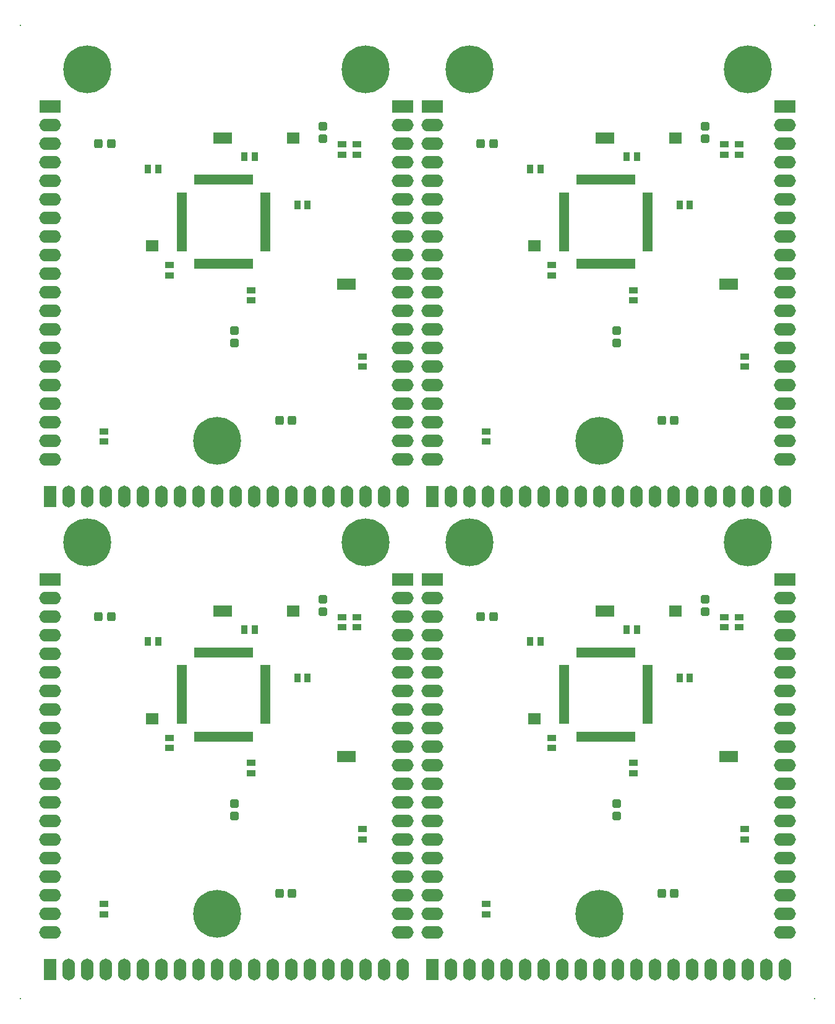
<source format=gts>
G04 Layer_Color=8388736*
%FSLAX25Y25*%
%MOIN*%
G70*
G01*
G75*
%ADD32R,0.07087X0.06299*%
%ADD33R,0.10236X0.06299*%
%ADD34R,0.03300X0.05800*%
%ADD35R,0.04540X0.03753*%
%ADD36R,0.03753X0.04540*%
%ADD37R,0.01981X0.05524*%
%ADD38R,0.05524X0.01981*%
G04:AMPARAMS|DCode=39|XSize=47.37mil|YSize=43.43mil|CornerRadius=8.43mil|HoleSize=0mil|Usage=FLASHONLY|Rotation=90.000|XOffset=0mil|YOffset=0mil|HoleType=Round|Shape=RoundedRectangle|*
%AMROUNDEDRECTD39*
21,1,0.04737,0.02657,0,0,90.0*
21,1,0.03051,0.04343,0,0,90.0*
1,1,0.01686,0.01329,0.01526*
1,1,0.01686,0.01329,-0.01526*
1,1,0.01686,-0.01329,-0.01526*
1,1,0.01686,-0.01329,0.01526*
%
%ADD39ROUNDEDRECTD39*%
G04:AMPARAMS|DCode=40|XSize=47.37mil|YSize=43.43mil|CornerRadius=8.43mil|HoleSize=0mil|Usage=FLASHONLY|Rotation=0.000|XOffset=0mil|YOffset=0mil|HoleType=Round|Shape=RoundedRectangle|*
%AMROUNDEDRECTD40*
21,1,0.04737,0.02657,0,0,0.0*
21,1,0.03051,0.04343,0,0,0.0*
1,1,0.01686,0.01526,-0.01329*
1,1,0.01686,-0.01526,-0.01329*
1,1,0.01686,-0.01526,0.01329*
1,1,0.01686,0.01526,0.01329*
%
%ADD40ROUNDEDRECTD40*%
%ADD41C,0.00800*%
%ADD42C,0.25800*%
%ADD43O,0.11800X0.06800*%
%ADD44R,0.11800X0.06800*%
%ADD45O,0.06800X0.11800*%
%ADD46R,0.06800X0.11800*%
D32*
X63000Y143000D02*
D03*
X138878Y201000D02*
D03*
X269000Y143000D02*
D03*
X344878Y201000D02*
D03*
X63000Y397500D02*
D03*
X138878Y455500D02*
D03*
X269000Y397500D02*
D03*
X344878Y455500D02*
D03*
D33*
X167804Y122500D02*
D03*
X100953Y201000D02*
D03*
X373803Y122500D02*
D03*
X306953Y201000D02*
D03*
X167804Y377000D02*
D03*
X100953Y455500D02*
D03*
X373803Y377000D02*
D03*
X306953Y455500D02*
D03*
D34*
X61378Y143000D02*
D03*
X64622D02*
D03*
X164512Y122500D02*
D03*
X167757D02*
D03*
X171000D02*
D03*
X104244Y201000D02*
D03*
X101000D02*
D03*
X97757D02*
D03*
X137257D02*
D03*
X140500D02*
D03*
X267378Y143000D02*
D03*
X270622D02*
D03*
X370512Y122500D02*
D03*
X373757D02*
D03*
X377000D02*
D03*
X310244Y201000D02*
D03*
X307000D02*
D03*
X303757D02*
D03*
X343257D02*
D03*
X346500D02*
D03*
X61378Y397500D02*
D03*
X64622D02*
D03*
X164512Y377000D02*
D03*
X167757D02*
D03*
X171000D02*
D03*
X104244Y455500D02*
D03*
X101000D02*
D03*
X97757D02*
D03*
X137257D02*
D03*
X140500D02*
D03*
X267378Y397500D02*
D03*
X270622D02*
D03*
X370512Y377000D02*
D03*
X373757D02*
D03*
X377000D02*
D03*
X310244Y455500D02*
D03*
X307000D02*
D03*
X303757D02*
D03*
X343257D02*
D03*
X346500D02*
D03*
D35*
X37000Y37744D02*
D03*
Y43256D02*
D03*
X165500Y197756D02*
D03*
Y192244D02*
D03*
X173500Y197756D02*
D03*
Y192244D02*
D03*
X116500Y119256D02*
D03*
Y113744D02*
D03*
X72500Y132756D02*
D03*
Y127244D02*
D03*
X176500Y83500D02*
D03*
Y77988D02*
D03*
X243000Y37744D02*
D03*
Y43256D02*
D03*
X371500Y197756D02*
D03*
Y192244D02*
D03*
X379500Y197756D02*
D03*
Y192244D02*
D03*
X322500Y119256D02*
D03*
Y113744D02*
D03*
X278500Y132756D02*
D03*
Y127244D02*
D03*
X382500Y83500D02*
D03*
Y77988D02*
D03*
X37000Y292244D02*
D03*
Y297756D02*
D03*
X165500Y452256D02*
D03*
Y446744D02*
D03*
X173500Y452256D02*
D03*
Y446744D02*
D03*
X116500Y373756D02*
D03*
Y368244D02*
D03*
X72500Y387256D02*
D03*
Y381744D02*
D03*
X176500Y338000D02*
D03*
Y332488D02*
D03*
X243000Y292244D02*
D03*
Y297756D02*
D03*
X371500Y452256D02*
D03*
Y446744D02*
D03*
X379500Y452256D02*
D03*
Y446744D02*
D03*
X322500Y373756D02*
D03*
Y368244D02*
D03*
X278500Y387256D02*
D03*
Y381744D02*
D03*
X382500Y338000D02*
D03*
Y332488D02*
D03*
D36*
X66256Y184500D02*
D03*
X60744D02*
D03*
X112744Y191000D02*
D03*
X118256D02*
D03*
X141244Y165000D02*
D03*
X146756D02*
D03*
X272256Y184500D02*
D03*
X266744D02*
D03*
X318744Y191000D02*
D03*
X324256D02*
D03*
X347244Y165000D02*
D03*
X352756D02*
D03*
X66256Y439000D02*
D03*
X60744D02*
D03*
X112744Y445500D02*
D03*
X118256D02*
D03*
X141244Y419500D02*
D03*
X146756D02*
D03*
X272256Y439000D02*
D03*
X266744D02*
D03*
X318744Y445500D02*
D03*
X324256D02*
D03*
X347244Y419500D02*
D03*
X352756D02*
D03*
D37*
X116264Y133362D02*
D03*
X114295D02*
D03*
X112327D02*
D03*
X110358D02*
D03*
X108390D02*
D03*
X106421D02*
D03*
X104453D02*
D03*
X102484D02*
D03*
X100516D02*
D03*
X98547D02*
D03*
X96579D02*
D03*
X94610D02*
D03*
X92642D02*
D03*
X90673D02*
D03*
X88705D02*
D03*
X86736D02*
D03*
Y178638D02*
D03*
X88705D02*
D03*
X90673D02*
D03*
X92642D02*
D03*
X94610D02*
D03*
X96579D02*
D03*
X98547D02*
D03*
X100516D02*
D03*
X102484D02*
D03*
X104453D02*
D03*
X106421D02*
D03*
X108390D02*
D03*
X110358D02*
D03*
X112327D02*
D03*
X114295D02*
D03*
X116264D02*
D03*
X322264Y133362D02*
D03*
X320295D02*
D03*
X318327D02*
D03*
X316358D02*
D03*
X314390D02*
D03*
X312421D02*
D03*
X310453D02*
D03*
X308484D02*
D03*
X306516D02*
D03*
X304547D02*
D03*
X302579D02*
D03*
X300610D02*
D03*
X298642D02*
D03*
X296673D02*
D03*
X294705D02*
D03*
X292736D02*
D03*
Y178638D02*
D03*
X294705D02*
D03*
X296673D02*
D03*
X298642D02*
D03*
X300610D02*
D03*
X302579D02*
D03*
X304547D02*
D03*
X306516D02*
D03*
X308484D02*
D03*
X310453D02*
D03*
X312421D02*
D03*
X314390D02*
D03*
X316358D02*
D03*
X318327D02*
D03*
X320295D02*
D03*
X322264D02*
D03*
X116264Y387862D02*
D03*
X114295D02*
D03*
X112327D02*
D03*
X110358D02*
D03*
X108390D02*
D03*
X106421D02*
D03*
X104453D02*
D03*
X102484D02*
D03*
X100516D02*
D03*
X98547D02*
D03*
X96579D02*
D03*
X94610D02*
D03*
X92642D02*
D03*
X90673D02*
D03*
X88705D02*
D03*
X86736D02*
D03*
Y433138D02*
D03*
X88705D02*
D03*
X90673D02*
D03*
X92642D02*
D03*
X94610D02*
D03*
X96579D02*
D03*
X98547D02*
D03*
X100516D02*
D03*
X102484D02*
D03*
X104453D02*
D03*
X106421D02*
D03*
X108390D02*
D03*
X110358D02*
D03*
X112327D02*
D03*
X114295D02*
D03*
X116264D02*
D03*
X322264Y387862D02*
D03*
X320295D02*
D03*
X318327D02*
D03*
X316358D02*
D03*
X314390D02*
D03*
X312421D02*
D03*
X310453D02*
D03*
X308484D02*
D03*
X306516D02*
D03*
X304547D02*
D03*
X302579D02*
D03*
X300610D02*
D03*
X298642D02*
D03*
X296673D02*
D03*
X294705D02*
D03*
X292736D02*
D03*
Y433138D02*
D03*
X294705D02*
D03*
X296673D02*
D03*
X298642D02*
D03*
X300610D02*
D03*
X302579D02*
D03*
X304547D02*
D03*
X306516D02*
D03*
X308484D02*
D03*
X310453D02*
D03*
X312421D02*
D03*
X314390D02*
D03*
X316358D02*
D03*
X318327D02*
D03*
X320295D02*
D03*
X322264D02*
D03*
D38*
X78862Y141236D02*
D03*
Y143205D02*
D03*
Y145173D02*
D03*
Y147142D02*
D03*
Y149110D02*
D03*
Y151079D02*
D03*
Y153047D02*
D03*
Y155016D02*
D03*
Y156984D02*
D03*
Y158953D02*
D03*
Y160921D02*
D03*
Y162890D02*
D03*
Y164858D02*
D03*
Y166827D02*
D03*
Y168795D02*
D03*
Y170764D02*
D03*
X124138D02*
D03*
Y168795D02*
D03*
Y166827D02*
D03*
Y164858D02*
D03*
Y162890D02*
D03*
Y160921D02*
D03*
Y158953D02*
D03*
Y156984D02*
D03*
Y155016D02*
D03*
Y153047D02*
D03*
Y151079D02*
D03*
Y149110D02*
D03*
Y147142D02*
D03*
Y145173D02*
D03*
Y143205D02*
D03*
Y141236D02*
D03*
X284862D02*
D03*
Y143205D02*
D03*
Y145173D02*
D03*
Y147142D02*
D03*
Y149110D02*
D03*
Y151079D02*
D03*
Y153047D02*
D03*
Y155016D02*
D03*
Y156984D02*
D03*
Y158953D02*
D03*
Y160921D02*
D03*
Y162890D02*
D03*
Y164858D02*
D03*
Y166827D02*
D03*
Y168795D02*
D03*
Y170764D02*
D03*
X330138D02*
D03*
Y168795D02*
D03*
Y166827D02*
D03*
Y164858D02*
D03*
Y162890D02*
D03*
Y160921D02*
D03*
Y158953D02*
D03*
Y156984D02*
D03*
Y155016D02*
D03*
Y153047D02*
D03*
Y151079D02*
D03*
Y149110D02*
D03*
Y147142D02*
D03*
Y145173D02*
D03*
Y143205D02*
D03*
Y141236D02*
D03*
X78862Y395736D02*
D03*
Y397705D02*
D03*
Y399673D02*
D03*
Y401642D02*
D03*
Y403610D02*
D03*
Y405579D02*
D03*
Y407547D02*
D03*
Y409516D02*
D03*
Y411484D02*
D03*
Y413453D02*
D03*
Y415421D02*
D03*
Y417390D02*
D03*
Y419358D02*
D03*
Y421327D02*
D03*
Y423295D02*
D03*
Y425264D02*
D03*
X124138D02*
D03*
Y423295D02*
D03*
Y421327D02*
D03*
Y419358D02*
D03*
Y417390D02*
D03*
Y415421D02*
D03*
Y413453D02*
D03*
Y411484D02*
D03*
Y409516D02*
D03*
Y407547D02*
D03*
Y405579D02*
D03*
Y403610D02*
D03*
Y401642D02*
D03*
Y399673D02*
D03*
Y397705D02*
D03*
Y395736D02*
D03*
X284862D02*
D03*
Y397705D02*
D03*
Y399673D02*
D03*
Y401642D02*
D03*
Y403610D02*
D03*
Y405579D02*
D03*
Y407547D02*
D03*
Y409516D02*
D03*
Y411484D02*
D03*
Y413453D02*
D03*
Y415421D02*
D03*
Y417390D02*
D03*
Y419358D02*
D03*
Y421327D02*
D03*
Y423295D02*
D03*
Y425264D02*
D03*
X330138D02*
D03*
Y423295D02*
D03*
Y421327D02*
D03*
Y419358D02*
D03*
Y417390D02*
D03*
Y415421D02*
D03*
Y413453D02*
D03*
Y411484D02*
D03*
Y409516D02*
D03*
Y407547D02*
D03*
Y405579D02*
D03*
Y403610D02*
D03*
Y401642D02*
D03*
Y399673D02*
D03*
Y397705D02*
D03*
Y395736D02*
D03*
D39*
X131653Y49000D02*
D03*
X138347D02*
D03*
X40846Y198000D02*
D03*
X34154D02*
D03*
X337653Y49000D02*
D03*
X344346D02*
D03*
X246847Y198000D02*
D03*
X240154D02*
D03*
X131653Y303500D02*
D03*
X138347D02*
D03*
X40846Y452500D02*
D03*
X34154D02*
D03*
X337653Y303500D02*
D03*
X344346D02*
D03*
X246847Y452500D02*
D03*
X240154D02*
D03*
D40*
X107500Y97347D02*
D03*
Y90654D02*
D03*
X155000Y207347D02*
D03*
Y200654D02*
D03*
X313500Y97347D02*
D03*
Y90654D02*
D03*
X361000Y207347D02*
D03*
Y200654D02*
D03*
X107500Y351847D02*
D03*
Y345153D02*
D03*
X155000Y461846D02*
D03*
Y455154D02*
D03*
X313500Y351847D02*
D03*
Y345153D02*
D03*
X361000Y461846D02*
D03*
Y455154D02*
D03*
D41*
X419874Y516374D02*
D03*
Y-7874D02*
D03*
X-7874D02*
D03*
X-7874Y516374D02*
D03*
D42*
X178000Y238000D02*
D03*
X28000D02*
D03*
X98000Y38000D02*
D03*
X384000Y238000D02*
D03*
X234000D02*
D03*
X304000Y38000D02*
D03*
X178000Y492500D02*
D03*
X28000D02*
D03*
X98000Y292500D02*
D03*
X384000Y492500D02*
D03*
X234000D02*
D03*
X304000Y292500D02*
D03*
D43*
X198000Y28000D02*
D03*
Y38000D02*
D03*
Y48000D02*
D03*
Y58000D02*
D03*
Y68000D02*
D03*
Y78000D02*
D03*
Y88000D02*
D03*
Y98000D02*
D03*
Y108000D02*
D03*
Y118000D02*
D03*
Y128000D02*
D03*
Y138000D02*
D03*
Y148000D02*
D03*
Y158000D02*
D03*
Y168000D02*
D03*
Y178000D02*
D03*
Y188000D02*
D03*
Y198000D02*
D03*
Y208000D02*
D03*
X8000Y28000D02*
D03*
Y38000D02*
D03*
Y48000D02*
D03*
Y58000D02*
D03*
Y68000D02*
D03*
Y78000D02*
D03*
Y88000D02*
D03*
Y98000D02*
D03*
Y108000D02*
D03*
Y118000D02*
D03*
Y128000D02*
D03*
Y138000D02*
D03*
Y148000D02*
D03*
Y158000D02*
D03*
Y168000D02*
D03*
Y178000D02*
D03*
Y188000D02*
D03*
Y198000D02*
D03*
Y208000D02*
D03*
X404000Y28000D02*
D03*
Y38000D02*
D03*
Y48000D02*
D03*
Y58000D02*
D03*
Y68000D02*
D03*
Y78000D02*
D03*
Y88000D02*
D03*
Y98000D02*
D03*
Y108000D02*
D03*
Y118000D02*
D03*
Y128000D02*
D03*
Y138000D02*
D03*
Y148000D02*
D03*
Y158000D02*
D03*
Y168000D02*
D03*
Y178000D02*
D03*
Y188000D02*
D03*
Y198000D02*
D03*
Y208000D02*
D03*
X214000Y28000D02*
D03*
Y38000D02*
D03*
Y48000D02*
D03*
Y58000D02*
D03*
Y68000D02*
D03*
Y78000D02*
D03*
Y88000D02*
D03*
Y98000D02*
D03*
Y108000D02*
D03*
Y118000D02*
D03*
Y128000D02*
D03*
Y138000D02*
D03*
Y148000D02*
D03*
Y158000D02*
D03*
Y168000D02*
D03*
Y178000D02*
D03*
Y188000D02*
D03*
Y198000D02*
D03*
Y208000D02*
D03*
X198000Y282500D02*
D03*
Y292500D02*
D03*
Y302500D02*
D03*
Y312500D02*
D03*
Y322500D02*
D03*
Y332500D02*
D03*
Y342500D02*
D03*
Y352500D02*
D03*
Y362500D02*
D03*
Y372500D02*
D03*
Y382500D02*
D03*
Y392500D02*
D03*
Y402500D02*
D03*
Y412500D02*
D03*
Y422500D02*
D03*
Y432500D02*
D03*
Y442500D02*
D03*
Y452500D02*
D03*
Y462500D02*
D03*
X8000Y282500D02*
D03*
Y292500D02*
D03*
Y302500D02*
D03*
Y312500D02*
D03*
Y322500D02*
D03*
Y332500D02*
D03*
Y342500D02*
D03*
Y352500D02*
D03*
Y362500D02*
D03*
Y372500D02*
D03*
Y382500D02*
D03*
Y392500D02*
D03*
Y402500D02*
D03*
Y412500D02*
D03*
Y422500D02*
D03*
Y432500D02*
D03*
Y442500D02*
D03*
Y452500D02*
D03*
Y462500D02*
D03*
X404000Y282500D02*
D03*
Y292500D02*
D03*
Y302500D02*
D03*
Y312500D02*
D03*
Y322500D02*
D03*
Y332500D02*
D03*
Y342500D02*
D03*
Y352500D02*
D03*
Y362500D02*
D03*
Y372500D02*
D03*
Y382500D02*
D03*
Y392500D02*
D03*
Y402500D02*
D03*
Y412500D02*
D03*
Y422500D02*
D03*
Y432500D02*
D03*
Y442500D02*
D03*
Y452500D02*
D03*
Y462500D02*
D03*
X214000Y282500D02*
D03*
Y292500D02*
D03*
Y302500D02*
D03*
Y312500D02*
D03*
Y322500D02*
D03*
Y332500D02*
D03*
Y342500D02*
D03*
Y352500D02*
D03*
Y362500D02*
D03*
Y372500D02*
D03*
Y382500D02*
D03*
Y392500D02*
D03*
Y402500D02*
D03*
Y412500D02*
D03*
Y422500D02*
D03*
Y432500D02*
D03*
Y442500D02*
D03*
Y452500D02*
D03*
Y462500D02*
D03*
D44*
X198000Y218000D02*
D03*
X8000D02*
D03*
X404000D02*
D03*
X214000D02*
D03*
X198000Y472500D02*
D03*
X8000D02*
D03*
X404000D02*
D03*
X214000D02*
D03*
D45*
X198000Y8000D02*
D03*
X188000D02*
D03*
X178000D02*
D03*
X168000D02*
D03*
X158000D02*
D03*
X148000D02*
D03*
X138000D02*
D03*
X128000D02*
D03*
X118000D02*
D03*
X108000D02*
D03*
X98000D02*
D03*
X88000D02*
D03*
X78000D02*
D03*
X68000D02*
D03*
X58000D02*
D03*
X48000D02*
D03*
X38000D02*
D03*
X28000D02*
D03*
X18000D02*
D03*
X404000D02*
D03*
X394000D02*
D03*
X384000D02*
D03*
X374000D02*
D03*
X364000D02*
D03*
X354000D02*
D03*
X344000D02*
D03*
X334000D02*
D03*
X324000D02*
D03*
X314000D02*
D03*
X304000D02*
D03*
X294000D02*
D03*
X284000D02*
D03*
X274000D02*
D03*
X264000D02*
D03*
X254000D02*
D03*
X244000D02*
D03*
X234000D02*
D03*
X224000D02*
D03*
X198000Y262500D02*
D03*
X188000D02*
D03*
X178000D02*
D03*
X168000D02*
D03*
X158000D02*
D03*
X148000D02*
D03*
X138000D02*
D03*
X128000D02*
D03*
X118000D02*
D03*
X108000D02*
D03*
X98000D02*
D03*
X88000D02*
D03*
X78000D02*
D03*
X68000D02*
D03*
X58000D02*
D03*
X48000D02*
D03*
X38000D02*
D03*
X28000D02*
D03*
X18000D02*
D03*
X404000D02*
D03*
X394000D02*
D03*
X384000D02*
D03*
X374000D02*
D03*
X364000D02*
D03*
X354000D02*
D03*
X344000D02*
D03*
X334000D02*
D03*
X324000D02*
D03*
X314000D02*
D03*
X304000D02*
D03*
X294000D02*
D03*
X284000D02*
D03*
X274000D02*
D03*
X264000D02*
D03*
X254000D02*
D03*
X244000D02*
D03*
X234000D02*
D03*
X224000D02*
D03*
D46*
X8000Y8000D02*
D03*
X214000D02*
D03*
X8000Y262500D02*
D03*
X214000D02*
D03*
M02*

</source>
